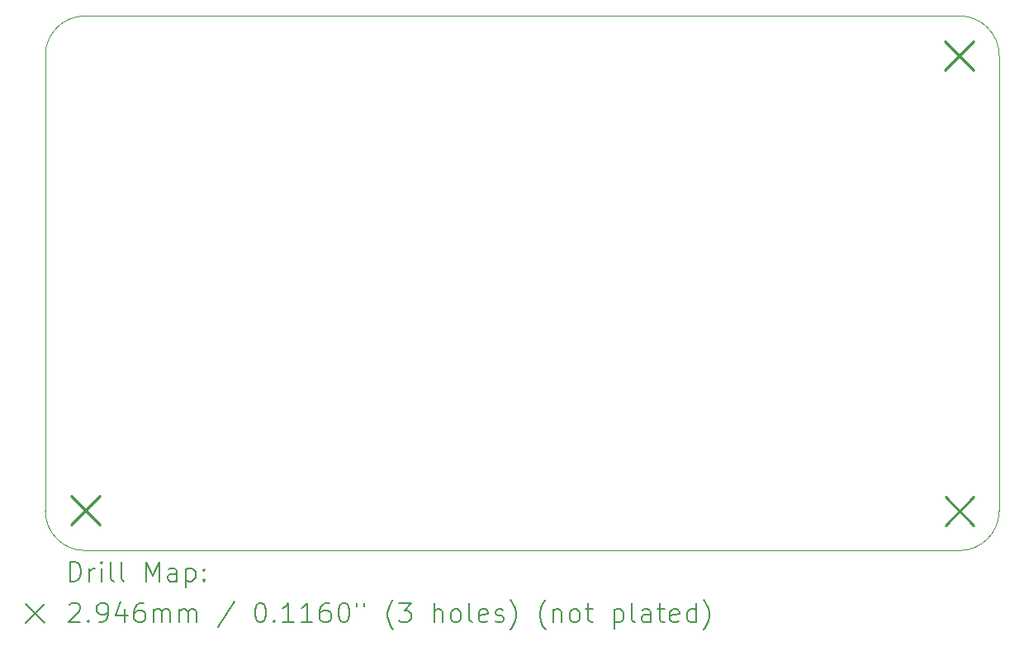
<source format=gbr>
%TF.GenerationSoftware,KiCad,Pcbnew,(6.0.7)*%
%TF.CreationDate,2023-04-22T03:47:46-05:00*%
%TF.ProjectId,Flouro_Breakout,466c6f75-726f-45f4-9272-65616b6f7574,rev?*%
%TF.SameCoordinates,Original*%
%TF.FileFunction,Drillmap*%
%TF.FilePolarity,Positive*%
%FSLAX45Y45*%
G04 Gerber Fmt 4.5, Leading zero omitted, Abs format (unit mm)*
G04 Created by KiCad (PCBNEW (6.0.7)) date 2023-04-22 03:47:46*
%MOMM*%
%LPD*%
G01*
G04 APERTURE LIST*
%ADD10C,0.100000*%
%ADD11C,0.200000*%
%ADD12C,0.294640*%
G04 APERTURE END LIST*
D10*
X20574000Y-5181600D02*
G75*
G03*
X20167600Y-4775200I-406400J0D01*
G01*
X11201400Y-4775200D02*
G75*
G03*
X10795000Y-5181600I0J-406400D01*
G01*
X20167600Y-10261600D02*
G75*
G03*
X20574000Y-9855200I0J406400D01*
G01*
X10795000Y-9855200D02*
G75*
G03*
X11201400Y-10261600I406400J0D01*
G01*
X20167600Y-4775200D02*
X11201400Y-4775200D01*
X11201400Y-10261600D02*
X20167600Y-10261600D01*
X20574000Y-9855200D02*
X20574000Y-5181600D01*
X10795000Y-5181600D02*
X10795000Y-9855200D01*
D11*
D12*
X11058538Y-9703422D02*
X11353178Y-9998062D01*
X11353178Y-9703422D02*
X11058538Y-9998062D01*
X20015822Y-5038738D02*
X20310462Y-5333378D01*
X20310462Y-5038738D02*
X20015822Y-5333378D01*
X20020280Y-9707880D02*
X20314920Y-10002520D01*
X20314920Y-9707880D02*
X20020280Y-10002520D01*
D11*
X11047619Y-10577076D02*
X11047619Y-10377076D01*
X11095238Y-10377076D01*
X11123810Y-10386600D01*
X11142857Y-10405648D01*
X11152381Y-10424695D01*
X11161905Y-10462790D01*
X11161905Y-10491362D01*
X11152381Y-10529457D01*
X11142857Y-10548505D01*
X11123810Y-10567552D01*
X11095238Y-10577076D01*
X11047619Y-10577076D01*
X11247619Y-10577076D02*
X11247619Y-10443743D01*
X11247619Y-10481838D02*
X11257143Y-10462790D01*
X11266667Y-10453267D01*
X11285714Y-10443743D01*
X11304762Y-10443743D01*
X11371428Y-10577076D02*
X11371428Y-10443743D01*
X11371428Y-10377076D02*
X11361905Y-10386600D01*
X11371428Y-10396124D01*
X11380952Y-10386600D01*
X11371428Y-10377076D01*
X11371428Y-10396124D01*
X11495238Y-10577076D02*
X11476190Y-10567552D01*
X11466667Y-10548505D01*
X11466667Y-10377076D01*
X11600000Y-10577076D02*
X11580952Y-10567552D01*
X11571428Y-10548505D01*
X11571428Y-10377076D01*
X11828571Y-10577076D02*
X11828571Y-10377076D01*
X11895238Y-10519933D01*
X11961905Y-10377076D01*
X11961905Y-10577076D01*
X12142857Y-10577076D02*
X12142857Y-10472314D01*
X12133333Y-10453267D01*
X12114286Y-10443743D01*
X12076190Y-10443743D01*
X12057143Y-10453267D01*
X12142857Y-10567552D02*
X12123809Y-10577076D01*
X12076190Y-10577076D01*
X12057143Y-10567552D01*
X12047619Y-10548505D01*
X12047619Y-10529457D01*
X12057143Y-10510410D01*
X12076190Y-10500886D01*
X12123809Y-10500886D01*
X12142857Y-10491362D01*
X12238095Y-10443743D02*
X12238095Y-10643743D01*
X12238095Y-10453267D02*
X12257143Y-10443743D01*
X12295238Y-10443743D01*
X12314286Y-10453267D01*
X12323809Y-10462790D01*
X12333333Y-10481838D01*
X12333333Y-10538981D01*
X12323809Y-10558029D01*
X12314286Y-10567552D01*
X12295238Y-10577076D01*
X12257143Y-10577076D01*
X12238095Y-10567552D01*
X12419048Y-10558029D02*
X12428571Y-10567552D01*
X12419048Y-10577076D01*
X12409524Y-10567552D01*
X12419048Y-10558029D01*
X12419048Y-10577076D01*
X12419048Y-10453267D02*
X12428571Y-10462790D01*
X12419048Y-10472314D01*
X12409524Y-10462790D01*
X12419048Y-10453267D01*
X12419048Y-10472314D01*
X10590000Y-10806600D02*
X10790000Y-11006600D01*
X10790000Y-10806600D02*
X10590000Y-11006600D01*
X11038095Y-10816124D02*
X11047619Y-10806600D01*
X11066667Y-10797076D01*
X11114286Y-10797076D01*
X11133333Y-10806600D01*
X11142857Y-10816124D01*
X11152381Y-10835171D01*
X11152381Y-10854219D01*
X11142857Y-10882790D01*
X11028571Y-10997076D01*
X11152381Y-10997076D01*
X11238095Y-10978029D02*
X11247619Y-10987552D01*
X11238095Y-10997076D01*
X11228571Y-10987552D01*
X11238095Y-10978029D01*
X11238095Y-10997076D01*
X11342857Y-10997076D02*
X11380952Y-10997076D01*
X11400000Y-10987552D01*
X11409524Y-10978029D01*
X11428571Y-10949457D01*
X11438095Y-10911362D01*
X11438095Y-10835171D01*
X11428571Y-10816124D01*
X11419048Y-10806600D01*
X11400000Y-10797076D01*
X11361905Y-10797076D01*
X11342857Y-10806600D01*
X11333333Y-10816124D01*
X11323809Y-10835171D01*
X11323809Y-10882790D01*
X11333333Y-10901838D01*
X11342857Y-10911362D01*
X11361905Y-10920886D01*
X11400000Y-10920886D01*
X11419048Y-10911362D01*
X11428571Y-10901838D01*
X11438095Y-10882790D01*
X11609524Y-10863743D02*
X11609524Y-10997076D01*
X11561905Y-10787552D02*
X11514286Y-10930410D01*
X11638095Y-10930410D01*
X11800000Y-10797076D02*
X11761905Y-10797076D01*
X11742857Y-10806600D01*
X11733333Y-10816124D01*
X11714286Y-10844695D01*
X11704762Y-10882790D01*
X11704762Y-10958981D01*
X11714286Y-10978029D01*
X11723809Y-10987552D01*
X11742857Y-10997076D01*
X11780952Y-10997076D01*
X11800000Y-10987552D01*
X11809524Y-10978029D01*
X11819048Y-10958981D01*
X11819048Y-10911362D01*
X11809524Y-10892314D01*
X11800000Y-10882790D01*
X11780952Y-10873267D01*
X11742857Y-10873267D01*
X11723809Y-10882790D01*
X11714286Y-10892314D01*
X11704762Y-10911362D01*
X11904762Y-10997076D02*
X11904762Y-10863743D01*
X11904762Y-10882790D02*
X11914286Y-10873267D01*
X11933333Y-10863743D01*
X11961905Y-10863743D01*
X11980952Y-10873267D01*
X11990476Y-10892314D01*
X11990476Y-10997076D01*
X11990476Y-10892314D02*
X12000000Y-10873267D01*
X12019048Y-10863743D01*
X12047619Y-10863743D01*
X12066667Y-10873267D01*
X12076190Y-10892314D01*
X12076190Y-10997076D01*
X12171428Y-10997076D02*
X12171428Y-10863743D01*
X12171428Y-10882790D02*
X12180952Y-10873267D01*
X12200000Y-10863743D01*
X12228571Y-10863743D01*
X12247619Y-10873267D01*
X12257143Y-10892314D01*
X12257143Y-10997076D01*
X12257143Y-10892314D02*
X12266667Y-10873267D01*
X12285714Y-10863743D01*
X12314286Y-10863743D01*
X12333333Y-10873267D01*
X12342857Y-10892314D01*
X12342857Y-10997076D01*
X12733333Y-10787552D02*
X12561905Y-11044695D01*
X12990476Y-10797076D02*
X13009524Y-10797076D01*
X13028571Y-10806600D01*
X13038095Y-10816124D01*
X13047619Y-10835171D01*
X13057143Y-10873267D01*
X13057143Y-10920886D01*
X13047619Y-10958981D01*
X13038095Y-10978029D01*
X13028571Y-10987552D01*
X13009524Y-10997076D01*
X12990476Y-10997076D01*
X12971428Y-10987552D01*
X12961905Y-10978029D01*
X12952381Y-10958981D01*
X12942857Y-10920886D01*
X12942857Y-10873267D01*
X12952381Y-10835171D01*
X12961905Y-10816124D01*
X12971428Y-10806600D01*
X12990476Y-10797076D01*
X13142857Y-10978029D02*
X13152381Y-10987552D01*
X13142857Y-10997076D01*
X13133333Y-10987552D01*
X13142857Y-10978029D01*
X13142857Y-10997076D01*
X13342857Y-10997076D02*
X13228571Y-10997076D01*
X13285714Y-10997076D02*
X13285714Y-10797076D01*
X13266667Y-10825648D01*
X13247619Y-10844695D01*
X13228571Y-10854219D01*
X13533333Y-10997076D02*
X13419048Y-10997076D01*
X13476190Y-10997076D02*
X13476190Y-10797076D01*
X13457143Y-10825648D01*
X13438095Y-10844695D01*
X13419048Y-10854219D01*
X13704762Y-10797076D02*
X13666667Y-10797076D01*
X13647619Y-10806600D01*
X13638095Y-10816124D01*
X13619048Y-10844695D01*
X13609524Y-10882790D01*
X13609524Y-10958981D01*
X13619048Y-10978029D01*
X13628571Y-10987552D01*
X13647619Y-10997076D01*
X13685714Y-10997076D01*
X13704762Y-10987552D01*
X13714286Y-10978029D01*
X13723809Y-10958981D01*
X13723809Y-10911362D01*
X13714286Y-10892314D01*
X13704762Y-10882790D01*
X13685714Y-10873267D01*
X13647619Y-10873267D01*
X13628571Y-10882790D01*
X13619048Y-10892314D01*
X13609524Y-10911362D01*
X13847619Y-10797076D02*
X13866667Y-10797076D01*
X13885714Y-10806600D01*
X13895238Y-10816124D01*
X13904762Y-10835171D01*
X13914286Y-10873267D01*
X13914286Y-10920886D01*
X13904762Y-10958981D01*
X13895238Y-10978029D01*
X13885714Y-10987552D01*
X13866667Y-10997076D01*
X13847619Y-10997076D01*
X13828571Y-10987552D01*
X13819048Y-10978029D01*
X13809524Y-10958981D01*
X13800000Y-10920886D01*
X13800000Y-10873267D01*
X13809524Y-10835171D01*
X13819048Y-10816124D01*
X13828571Y-10806600D01*
X13847619Y-10797076D01*
X13990476Y-10797076D02*
X13990476Y-10835171D01*
X14066667Y-10797076D02*
X14066667Y-10835171D01*
X14361905Y-11073267D02*
X14352381Y-11063743D01*
X14333333Y-11035171D01*
X14323809Y-11016124D01*
X14314286Y-10987552D01*
X14304762Y-10939933D01*
X14304762Y-10901838D01*
X14314286Y-10854219D01*
X14323809Y-10825648D01*
X14333333Y-10806600D01*
X14352381Y-10778029D01*
X14361905Y-10768505D01*
X14419048Y-10797076D02*
X14542857Y-10797076D01*
X14476190Y-10873267D01*
X14504762Y-10873267D01*
X14523809Y-10882790D01*
X14533333Y-10892314D01*
X14542857Y-10911362D01*
X14542857Y-10958981D01*
X14533333Y-10978029D01*
X14523809Y-10987552D01*
X14504762Y-10997076D01*
X14447619Y-10997076D01*
X14428571Y-10987552D01*
X14419048Y-10978029D01*
X14780952Y-10997076D02*
X14780952Y-10797076D01*
X14866667Y-10997076D02*
X14866667Y-10892314D01*
X14857143Y-10873267D01*
X14838095Y-10863743D01*
X14809524Y-10863743D01*
X14790476Y-10873267D01*
X14780952Y-10882790D01*
X14990476Y-10997076D02*
X14971428Y-10987552D01*
X14961905Y-10978029D01*
X14952381Y-10958981D01*
X14952381Y-10901838D01*
X14961905Y-10882790D01*
X14971428Y-10873267D01*
X14990476Y-10863743D01*
X15019048Y-10863743D01*
X15038095Y-10873267D01*
X15047619Y-10882790D01*
X15057143Y-10901838D01*
X15057143Y-10958981D01*
X15047619Y-10978029D01*
X15038095Y-10987552D01*
X15019048Y-10997076D01*
X14990476Y-10997076D01*
X15171428Y-10997076D02*
X15152381Y-10987552D01*
X15142857Y-10968505D01*
X15142857Y-10797076D01*
X15323809Y-10987552D02*
X15304762Y-10997076D01*
X15266667Y-10997076D01*
X15247619Y-10987552D01*
X15238095Y-10968505D01*
X15238095Y-10892314D01*
X15247619Y-10873267D01*
X15266667Y-10863743D01*
X15304762Y-10863743D01*
X15323809Y-10873267D01*
X15333333Y-10892314D01*
X15333333Y-10911362D01*
X15238095Y-10930410D01*
X15409524Y-10987552D02*
X15428571Y-10997076D01*
X15466667Y-10997076D01*
X15485714Y-10987552D01*
X15495238Y-10968505D01*
X15495238Y-10958981D01*
X15485714Y-10939933D01*
X15466667Y-10930410D01*
X15438095Y-10930410D01*
X15419048Y-10920886D01*
X15409524Y-10901838D01*
X15409524Y-10892314D01*
X15419048Y-10873267D01*
X15438095Y-10863743D01*
X15466667Y-10863743D01*
X15485714Y-10873267D01*
X15561905Y-11073267D02*
X15571428Y-11063743D01*
X15590476Y-11035171D01*
X15600000Y-11016124D01*
X15609524Y-10987552D01*
X15619048Y-10939933D01*
X15619048Y-10901838D01*
X15609524Y-10854219D01*
X15600000Y-10825648D01*
X15590476Y-10806600D01*
X15571428Y-10778029D01*
X15561905Y-10768505D01*
X15923809Y-11073267D02*
X15914286Y-11063743D01*
X15895238Y-11035171D01*
X15885714Y-11016124D01*
X15876190Y-10987552D01*
X15866667Y-10939933D01*
X15866667Y-10901838D01*
X15876190Y-10854219D01*
X15885714Y-10825648D01*
X15895238Y-10806600D01*
X15914286Y-10778029D01*
X15923809Y-10768505D01*
X16000000Y-10863743D02*
X16000000Y-10997076D01*
X16000000Y-10882790D02*
X16009524Y-10873267D01*
X16028571Y-10863743D01*
X16057143Y-10863743D01*
X16076190Y-10873267D01*
X16085714Y-10892314D01*
X16085714Y-10997076D01*
X16209524Y-10997076D02*
X16190476Y-10987552D01*
X16180952Y-10978029D01*
X16171428Y-10958981D01*
X16171428Y-10901838D01*
X16180952Y-10882790D01*
X16190476Y-10873267D01*
X16209524Y-10863743D01*
X16238095Y-10863743D01*
X16257143Y-10873267D01*
X16266667Y-10882790D01*
X16276190Y-10901838D01*
X16276190Y-10958981D01*
X16266667Y-10978029D01*
X16257143Y-10987552D01*
X16238095Y-10997076D01*
X16209524Y-10997076D01*
X16333333Y-10863743D02*
X16409524Y-10863743D01*
X16361905Y-10797076D02*
X16361905Y-10968505D01*
X16371428Y-10987552D01*
X16390476Y-10997076D01*
X16409524Y-10997076D01*
X16628571Y-10863743D02*
X16628571Y-11063743D01*
X16628571Y-10873267D02*
X16647619Y-10863743D01*
X16685714Y-10863743D01*
X16704762Y-10873267D01*
X16714286Y-10882790D01*
X16723809Y-10901838D01*
X16723809Y-10958981D01*
X16714286Y-10978029D01*
X16704762Y-10987552D01*
X16685714Y-10997076D01*
X16647619Y-10997076D01*
X16628571Y-10987552D01*
X16838095Y-10997076D02*
X16819048Y-10987552D01*
X16809524Y-10968505D01*
X16809524Y-10797076D01*
X17000000Y-10997076D02*
X17000000Y-10892314D01*
X16990476Y-10873267D01*
X16971429Y-10863743D01*
X16933333Y-10863743D01*
X16914286Y-10873267D01*
X17000000Y-10987552D02*
X16980952Y-10997076D01*
X16933333Y-10997076D01*
X16914286Y-10987552D01*
X16904762Y-10968505D01*
X16904762Y-10949457D01*
X16914286Y-10930410D01*
X16933333Y-10920886D01*
X16980952Y-10920886D01*
X17000000Y-10911362D01*
X17066667Y-10863743D02*
X17142857Y-10863743D01*
X17095238Y-10797076D02*
X17095238Y-10968505D01*
X17104762Y-10987552D01*
X17123810Y-10997076D01*
X17142857Y-10997076D01*
X17285714Y-10987552D02*
X17266667Y-10997076D01*
X17228571Y-10997076D01*
X17209524Y-10987552D01*
X17200000Y-10968505D01*
X17200000Y-10892314D01*
X17209524Y-10873267D01*
X17228571Y-10863743D01*
X17266667Y-10863743D01*
X17285714Y-10873267D01*
X17295238Y-10892314D01*
X17295238Y-10911362D01*
X17200000Y-10930410D01*
X17466667Y-10997076D02*
X17466667Y-10797076D01*
X17466667Y-10987552D02*
X17447619Y-10997076D01*
X17409524Y-10997076D01*
X17390476Y-10987552D01*
X17380952Y-10978029D01*
X17371429Y-10958981D01*
X17371429Y-10901838D01*
X17380952Y-10882790D01*
X17390476Y-10873267D01*
X17409524Y-10863743D01*
X17447619Y-10863743D01*
X17466667Y-10873267D01*
X17542857Y-11073267D02*
X17552381Y-11063743D01*
X17571429Y-11035171D01*
X17580952Y-11016124D01*
X17590476Y-10987552D01*
X17600000Y-10939933D01*
X17600000Y-10901838D01*
X17590476Y-10854219D01*
X17580952Y-10825648D01*
X17571429Y-10806600D01*
X17552381Y-10778029D01*
X17542857Y-10768505D01*
M02*

</source>
